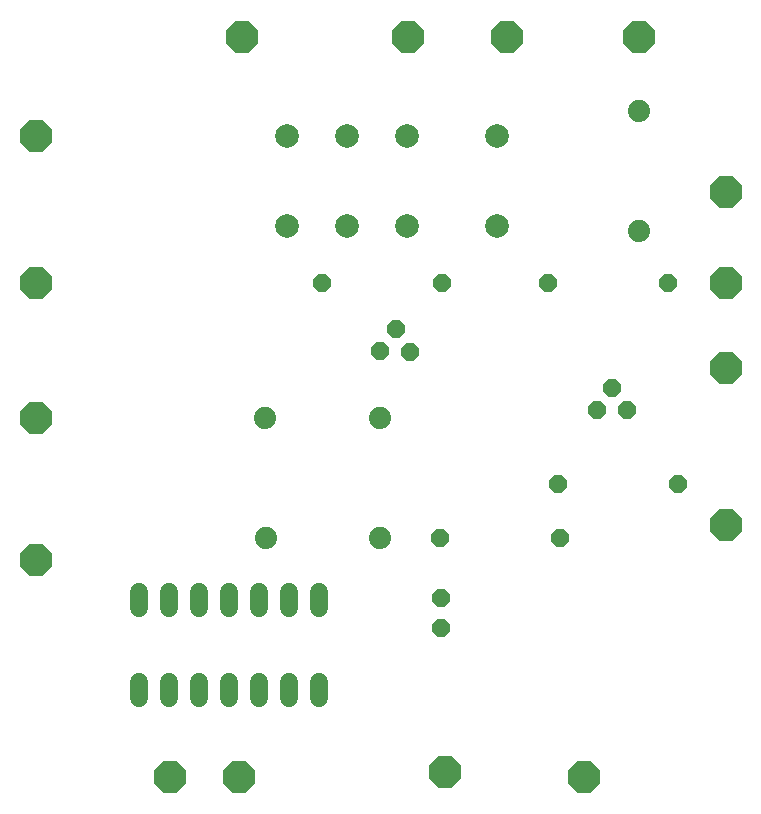
<source format=gbr>
G04 EAGLE Gerber RS-274X export*
G75*
%MOMM*%
%FSLAX34Y34*%
%LPD*%
%INSoldermask Bottom*%
%IPPOS*%
%AMOC8*
5,1,8,0,0,1.08239X$1,22.5*%
G01*
%ADD10P,2.969212X8X22.500000*%
%ADD11P,1.649562X8X292.500000*%
%ADD12C,1.879600*%
%ADD13C,1.524000*%
%ADD14C,2.003200*%
%ADD15P,1.649562X8X380.300000*%
%ADD16P,1.649562X8X22.500000*%
%ADD17P,1.649562X8X202.500000*%


D10*
X382400Y658800D03*
X465500Y658800D03*
X577900Y658800D03*
D11*
X409600Y183800D03*
X409600Y158400D03*
D12*
X358700Y335900D03*
X358700Y234300D03*
X261345Y335899D03*
X262055Y234301D03*
X577700Y494300D03*
X577700Y595900D03*
D10*
X650900Y527200D03*
X650900Y245300D03*
X66800Y449800D03*
X413700Y35800D03*
X66800Y215300D03*
D13*
X153900Y112004D02*
X153900Y98796D01*
X179300Y98796D02*
X179300Y112004D01*
X306300Y112004D02*
X306300Y98796D01*
X306300Y174996D02*
X306300Y188204D01*
X204700Y112004D02*
X204700Y98796D01*
X230100Y98796D02*
X230100Y112004D01*
X280900Y112004D02*
X280900Y98796D01*
X255500Y98796D02*
X255500Y112004D01*
X280900Y174996D02*
X280900Y188204D01*
X255500Y188204D02*
X255500Y174996D01*
X230100Y174996D02*
X230100Y188204D01*
X204700Y188204D02*
X204700Y174996D01*
X179300Y174996D02*
X179300Y188204D01*
X153900Y188204D02*
X153900Y174996D01*
D14*
X457600Y498100D03*
X457600Y574300D03*
X381400Y574300D03*
X330600Y574300D03*
X279800Y574300D03*
X381400Y498100D03*
X330600Y498100D03*
X279800Y498100D03*
D10*
X650900Y378300D03*
X530900Y31800D03*
X241200Y658300D03*
X66800Y335800D03*
X180900Y31800D03*
X239000Y31800D03*
D15*
X358709Y392788D03*
X372131Y411336D03*
X384091Y391812D03*
D16*
X567100Y342300D03*
X554400Y361350D03*
X541700Y342300D03*
D10*
X66800Y574300D03*
X650900Y449800D03*
D16*
X309200Y450000D03*
X410800Y450000D03*
X500200Y450000D03*
X601800Y450000D03*
X409200Y234000D03*
X510800Y234000D03*
D17*
X610800Y280000D03*
X509200Y280000D03*
M02*

</source>
